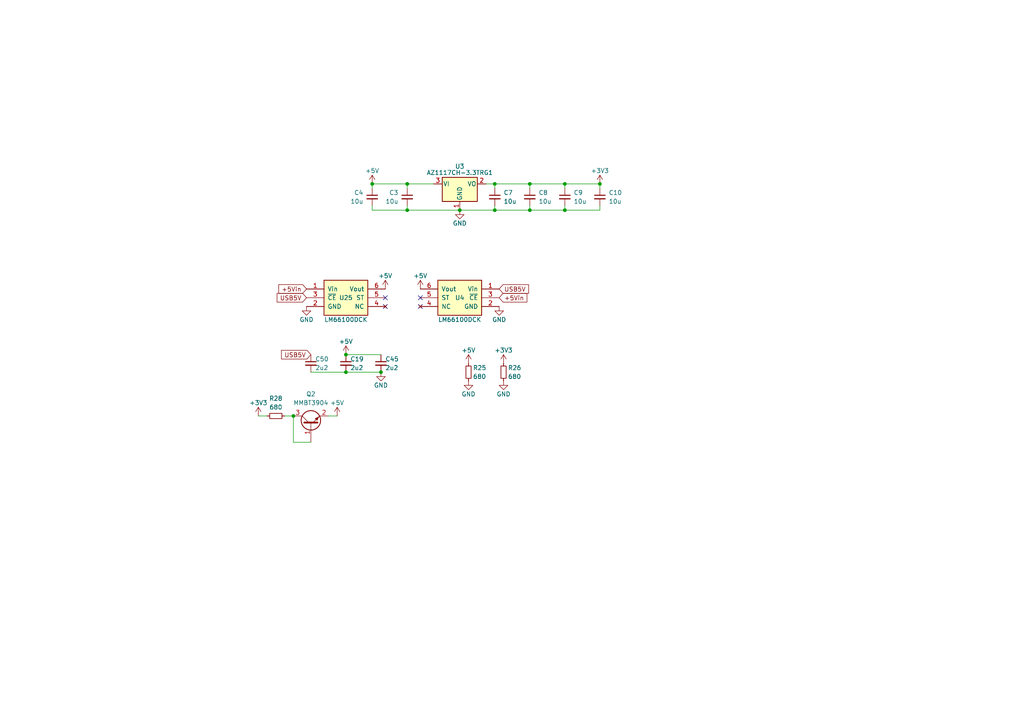
<source format=kicad_sch>
(kicad_sch (version 20231120) (generator "eeschema") (generator_version "8.0")
  (paper "A4")
  (title_block (title "WarpSE (GW4410A)") (date "2024-04-23") (rev "1.0") (company "Garrett's Workshop"))
  (lib_symbols
    (symbol "Device:C_Small" (pin_numbers hide) (pin_names (offset 0.254) hide)
      (property "Reference" "C" (at 0.254 1.778 0))
      (property "Value" "C_Small" (at 0.254 -2.032 0))
      (symbol "C_Small_0_1"
        (polyline (pts (xy -1.524 -0.508) (xy 1.524 -0.508)) (stroke (width 0.3302)))
        (polyline (pts (xy -1.524 0.508) (xy 1.524 0.508)) (stroke (width 0.3048)))
      )
      (symbol "C_Small_1_1"
        (pin passive line (at 0 2.54 270) (length 2.032) (name "~") (number "1"))
        (pin passive line (at 0 -2.54 90) (length 2.032) (name "~") (number "2"))
      )
    )
    (symbol "Device:R_Small" (pin_numbers hide) (pin_names (offset 0.254) hide)
      (property "Reference" "R" (at 0.762 0.508 0))
      (property "Value" "R_Small" (at 0.762 -1.016 0))
      (symbol "R_Small_0_1"
        (rectangle (start -0.762 1.778) (end 0.762 -1.778) (stroke (width 0.2032)))
      )
      (symbol "R_Small_1_1"
        (pin passive line (at 0 2.54 270) (length 0.762) (name "~") (number "1"))
        (pin passive line (at 0 -2.54 90) (length 0.762) (name "~") (number "2"))
      )
    )
    (symbol "GW_Power:LM66100DCK" (pin_names (offset 1.016))
      (property "Reference" "U" (at 0 6.35 0))
      (property "Value" "LM66100DCK" (at 0 -6.35 0))
      (property "Footprint" "stdpads:SOT-353" (at 0 -7.62 0))
      (symbol "LM66100DCK_0_1"
        (rectangle (start -6.35 5.08) (end 6.35 -5.08) (stroke (width 0.254)) (fill (type background)))
      )
      (symbol "LM66100DCK_1_1"
        (pin power_in line (at -11.43 2.54 0) (length 5.08) (name "Vin") (number "1"))
        (pin power_in line (at -11.43 -2.54 0) (length 5.08) (name "GND") (number "2"))
        (pin input line (at -11.43 0 0) (length 5.08) (name "~{CE}") (number "3"))
        (pin no_connect line (at 11.43 -2.54 180) (length 5.08) (name "NC") (number "4"))
        (pin output line (at 11.43 0 180) (length 5.08) (name "ST") (number "5"))
        (pin power_out line (at 11.43 2.54 180) (length 5.08) (name "Vout") (number "6"))
      )
    )
    (symbol "Regulator_Linear:AP1117-33" (pin_names (offset 0.254))
      (property "Reference" "U" (at -3.81 3.175 0))
      (property "Value" "AP1117-33" (at 0 3.175 0))
      (symbol "AP1117-33_0_1"
        (rectangle (start -5.08 -5.08) (end 5.08 1.905) (stroke (width 0.254)) (fill (type background)))
      )
      (symbol "AP1117-33_1_1"
        (pin power_in line (at 0 -7.62 90) (length 2.54) (name "GND") (number "1"))
        (pin power_out line (at 7.62 0 180) (length 2.54) (name "VO") (number "2"))
        (pin power_in line (at -7.62 0 0) (length 2.54) (name "VI") (number "3"))
      )
    )
    (symbol "Transistor_BJT:MMBT3904" (pin_names (offset 0) hide)
      (property "Reference" "Q" (at 5.08 1.905 0))
      (property "Value" "MMBT3904" (at 5.08 0 0))
      (symbol "MMBT3904_0_1"
        (polyline (pts (xy 0.635 0.635) (xy 2.54 2.54)))
        (polyline (pts (xy 0.635 -0.635) (xy 2.54 -2.54) (xy 2.54 -2.54)))
        (polyline (pts (xy 0.635 1.905) (xy 0.635 -1.905) (xy 0.635 -1.905)) (stroke (width 0.508)))
        (polyline (pts (xy 1.27 -1.778) (xy 1.778 -1.27) (xy 2.286 -2.286) (xy 1.27 -1.778) (xy 1.27 -1.778)) (fill (type outline)))
        (circle (center 1.27 0) (radius 2.8194) (stroke (width 0.254)))
      )
      (symbol "MMBT3904_1_1"
        (pin input line (at -5.08 0 0) (length 5.715) (name "B") (number "1"))
        (pin passive line (at 2.54 -5.08 90) (length 2.54) (name "E") (number "2"))
        (pin passive line (at 2.54 5.08 270) (length 2.54) (name "C") (number "3"))
      )
    )
    (symbol "power:+3V3" (power) (pin_names (offset 0))
      (property "Value" "+3V3" (at 0 3.556 0))
      (symbol "+3V3_0_1"
        (polyline (pts (xy -0.762 1.27) (xy 0 2.54)))
        (polyline (pts (xy 0 0) (xy 0 2.54)))
        (polyline (pts (xy 0 2.54) (xy 0.762 1.27)))
      )
      (symbol "+3V3_1_1"
        (pin power_in line (at 0 0 90) (length 0) hide (name "+3V3") (number "1"))
      )
    )
    (symbol "power:+5V" (power) (pin_names (offset 0))
      (property "Value" "+5V" (at 0 3.556 0))
      (symbol "+5V_0_1"
        (polyline (pts (xy -0.762 1.27) (xy 0 2.54)))
        (polyline (pts (xy 0 0) (xy 0 2.54)))
        (polyline (pts (xy 0 2.54) (xy 0.762 1.27)))
      )
      (symbol "+5V_1_1"
        (pin power_in line (at 0 0 90) (length 0) hide (name "+5V") (number "1"))
      )
    )
    (symbol "power:GND" (power) (pin_names (offset 0))
      (property "Value" "GND" (at 0 -3.81 0))
      (symbol "GND_0_1"
        (polyline (pts (xy 0 0) (xy 0 -1.27) (xy 1.27 -1.27) (xy 0 -2.54) (xy -1.27 -1.27) (xy 0 -1.27)))
      )
      (symbol "GND_1_1"
        (pin power_in line (at 0 0 270) (length 0) hide (name "GND") (number "1"))
      )
    )
  )
  (junction (at 100.33 102.87))
  (junction (at 153.67 60.96))
  (junction (at 133.35 60.96))
  (junction (at 163.83 60.96))
  (junction (at 118.11 60.96))
  (junction (at 153.67 53.34))
  (junction (at 100.33 107.95))
  (junction (at 143.51 53.34))
  (junction (at 107.95 53.34))
  (junction (at 118.11 53.34))
  (junction (at 85.09 120.65))
  (junction (at 173.99 53.34))
  (junction (at 163.83 53.34))
  (junction (at 143.51 60.96))
  (junction (at 110.49 107.95))
  (no_connect (at 121.92 88.9))
  (no_connect (at 111.76 86.36))
  (no_connect (at 121.92 86.36))
  (no_connect (at 111.76 88.9))
  (wire (pts (xy 163.83 53.34) (xy 173.99 53.34)))
  (wire (pts (xy 163.83 60.96) (xy 153.67 60.96)))
  (wire (pts (xy 85.09 120.65) (xy 85.09 128.27)))
  (wire (pts (xy 133.35 60.96) (xy 143.51 60.96)))
  (wire (pts (xy 153.67 53.34) (xy 163.83 53.34)))
  (wire (pts (xy 118.11 53.34) (xy 107.95 53.34)))
  (wire (pts (xy 118.11 53.34) (xy 125.73 53.34)))
  (wire (pts (xy 107.95 60.96) (xy 118.11 60.96)))
  (wire (pts (xy 118.11 59.69) (xy 118.11 60.96)))
  (wire (pts (xy 107.95 53.34) (xy 107.95 54.61)))
  (wire (pts (xy 153.67 59.69) (xy 153.67 60.96)))
  (wire (pts (xy 163.83 59.69) (xy 163.83 60.96)))
  (wire (pts (xy 163.83 53.34) (xy 163.83 54.61)))
  (wire (pts (xy 153.67 53.34) (xy 153.67 54.61)))
  (wire (pts (xy 107.95 59.69) (xy 107.95 60.96)))
  (wire (pts (xy 143.51 60.96) (xy 143.51 59.69)))
  (wire (pts (xy 173.99 59.69) (xy 173.99 60.96)))
  (wire (pts (xy 140.97 53.34) (xy 143.51 53.34)))
  (wire (pts (xy 173.99 53.34) (xy 173.99 54.61)))
  (wire (pts (xy 118.11 60.96) (xy 133.35 60.96)))
  (wire (pts (xy 100.33 102.87) (xy 110.49 102.87)))
  (wire (pts (xy 143.51 53.34) (xy 143.51 54.61)))
  (wire (pts (xy 118.11 53.34) (xy 118.11 54.61)))
  (wire (pts (xy 82.55 120.65) (xy 85.09 120.65)))
  (wire (pts (xy 153.67 60.96) (xy 143.51 60.96)))
  (wire (pts (xy 143.51 53.34) (xy 153.67 53.34)))
  (wire (pts (xy 173.99 60.96) (xy 163.83 60.96)))
  (wire (pts (xy 100.33 107.95) (xy 110.49 107.95)))
  (wire (pts (xy 85.09 128.27) (xy 90.17 128.27)))
  (wire (pts (xy 90.17 107.95) (xy 100.33 107.95)))
  (wire (pts (xy 74.93 120.65) (xy 77.47 120.65)))
  (wire (pts (xy 95.25 120.65) (xy 97.79 120.65)))
  (global_label "+5Vin" (shape input) (at 88.9 83.82 180) (property "Intersheetrefs" "${INTERSHEET_REFS}" (effects (hide yes))))
  (global_label "USB5V" (shape input) (at 144.78 83.82 0) (property "Intersheetrefs" "${INTERSHEET_REFS}" (effects (hide yes))))
  (global_label "USB5V" (shape input) (at 88.9 86.36 180) (property "Intersheetrefs" "${INTERSHEET_REFS}" (effects (hide yes))))
  (global_label "+5Vin" (shape input) (at 144.78 86.36 0) (property "Intersheetrefs" "${INTERSHEET_REFS}" (effects (hide yes))))
  (global_label "USB5V" (shape input) (at 90.17 102.87 180) (property "Intersheetrefs" "${INTERSHEET_REFS}" (effects (hide yes))))
  (symbol (lib_id "Regulator_Linear:AP1117-33") (at 133.35 53.34 0) (unit 1)
    (property "Reference" "U3" (at 133.35 48.26 0))
    (property "Value" "AZ1117CH-3.3TRG1" (at 133.35 50.8 0) (effects (justify bottom)))
    (property "Footprint" "stdpads:SOT-223" (effects (hide yes)))
    (property "LCSC Part" "C92102" (effects (hide yes)))
  )
  (symbol (lib_id "power:+5V") (at 107.95 53.34 0) (unit 1)
    (property "Reference" "#PWR0129" (effects (hide yes)))
    (property "Value" "+5V" (at 107.95 49.53 0))
  )
  (symbol (lib_id "power:GND") (at 133.35 60.96 0) (unit 1)
    (property "Reference" "#PWR0130" (effects (hide yes)))
    (property "Value" "GND" (at 133.35 64.77 0))
  )
  (symbol (lib_id "Device:C_Small") (at 118.11 57.15 0) (unit 1)
    (property "Reference" "C3" (at 115.57 55.88 0) (effects (justify right)))
    (property "Value" "10u" (at 115.57 58.42 0) (effects (justify right)))
    (property "Footprint" "stdpads:C_0805" (effects (hide yes)))
    (property "LCSC Part" "C15850" (effects (hide yes)))
  )
  (symbol (lib_id "Device:C_Small") (at 143.51 57.15 0) (mirror y) (unit 1)
    (property "Reference" "C7" (at 146.05 55.88 0) (effects (justify right)))
    (property "Value" "10u" (at 146.05 58.42 0) (effects (justify right)))
    (property "Footprint" "stdpads:C_0805" (effects (hide yes)))
    (property "LCSC Part" "C15850" (effects (hide yes)))
  )
  (symbol (lib_id "Device:C_Small") (at 153.67 57.15 0) (mirror y) (unit 1)
    (property "Reference" "C8" (at 156.21 55.88 0) (effects (justify right)))
    (property "Value" "10u" (at 156.21 58.42 0) (effects (justify right)))
    (property "Footprint" "stdpads:C_0805" (effects (hide yes)))
    (property "LCSC Part" "C15850" (effects (hide yes)))
  )
  (symbol (lib_id "Device:C_Small") (at 163.83 57.15 0) (mirror y) (unit 1)
    (property "Reference" "C9" (at 166.37 55.88 0) (effects (justify right)))
    (property "Value" "10u" (at 166.37 58.42 0) (effects (justify right)))
    (property "Footprint" "stdpads:C_0805" (effects (hide yes)))
    (property "LCSC Part" "C15850" (effects (hide yes)))
  )
  (symbol (lib_id "power:GND") (at 88.9 88.9 0) (unit 1)
    (property "Reference" "#PWR030" (effects (hide yes)))
    (property "Value" "GND" (at 88.9 92.71 0))
  )
  (symbol (lib_id "Device:R_Small") (at 80.01 120.65 90) (unit 1)
    (property "Reference" "R28" (at 80.01 115.57 90))
    (property "Value" "680" (at 80.01 118.11 90))
    (property "Footprint" "stdpads:R_0805" (effects (hide yes)))
    (property "Description" "Resistor, small symbol" (effects (hide yes)))
  )
  (symbol (lib_id "power:GND") (at 110.49 107.95 0) (mirror y) (unit 1)
    (property "Reference" "#PWR033" (effects (hide yes)))
    (property "Value" "GND" (at 110.49 111.76 0))
  )
  (symbol (lib_id "power:+3V3") (at 146.05 105.41 0) (unit 1)
    (property "Reference" "#PWR037" (effects (hide yes)))
    (property "Value" "+3V3" (at 146.05 101.6 0))
  )
  (symbol (lib_id "GW_Power:LM66100DCK") (at 100.33 86.36 0) (unit 1)
    (property "Reference" "U25" (at 100.33 86.36 0))
    (property "Value" "LM66100DCK" (at 100.33 92.71 0))
    (property "Footprint" "stdpads:SOT-363" (effects (hide yes)))
  )
  (symbol (lib_id "power:GND") (at 146.05 110.49 0) (mirror y) (unit 1)
    (property "Reference" "#PWR038" (effects (hide yes)))
    (property "Value" "GND" (at 146.05 114.3 0))
  )
  (symbol (lib_id "power:+5V") (at 111.76 83.82 0) (unit 1)
    (property "Reference" "#PWR029" (effects (hide yes)))
    (property "Value" "+5V" (at 111.76 80.01 0))
  )
  (symbol (lib_id "power:+3V3") (at 173.99 53.34 0) (unit 1)
    (property "Reference" "#PWR025" (effects (hide yes)))
    (property "Value" "+3V3" (at 173.99 49.53 0))
  )
  (symbol (lib_id "Transistor_BJT:MMBT3904") (at 90.17 123.19 90) (unit 1)
    (property "Reference" "Q2" (at 90.17 114.3 90))
    (property "Value" "MMBT3904" (at 90.17 116.84 90))
    (property "Footprint" "stdpads:SOT-23" (effects (hide yes)))
    (property "LCSC Part" "C20526" (effects (hide yes)))
  )
  (symbol (lib_id "power:GND") (at 144.78 88.9 0) (mirror y) (unit 1)
    (property "Reference" "#PWR032" (effects (hide yes)))
    (property "Value" "GND" (at 144.78 92.71 0))
  )
  (symbol (lib_id "Device:C_Small") (at 110.49 105.41 0) (unit 1)
    (property "Reference" "C45" (at 111.76 104.14 0) (effects (justify left)))
    (property "Value" "2u2" (at 111.76 106.68 0) (effects (justify left)))
    (property "Footprint" "stdpads:C_0603" (effects (hide yes)))
    (property "LCSC Part" "C23630" (effects (hide yes)))
  )
  (symbol (lib_id "Device:R_Small") (at 146.05 107.95 0) (unit 1)
    (property "Reference" "R26" (at 147.32 106.68 0) (effects (justify left)))
    (property "Value" "680" (at 147.32 109.22 0) (effects (justify left)))
    (property "Footprint" "stdpads:R_0805" (effects (hide yes)))
    (property "Description" "Resistor, small symbol" (effects (hide yes)))
  )
  (symbol (lib_id "power:+5V") (at 135.89 105.41 0) (unit 1)
    (property "Reference" "#PWR036" (effects (hide yes)))
    (property "Value" "+5V" (at 135.89 101.6 0))
  )
  (symbol (lib_id "Device:C_Small") (at 107.95 57.15 0) (unit 1)
    (property "Reference" "C4" (at 105.41 55.88 0) (effects (justify right)))
    (property "Value" "10u" (at 105.41 58.42 0) (effects (justify right)))
    (property "Footprint" "stdpads:C_0805" (effects (hide yes)))
    (property "LCSC Part" "C15850" (effects (hide yes)))
  )
  (symbol (lib_id "GW_Power:LM66100DCK") (at 133.35 86.36 0) (mirror y) (unit 1)
    (property "Reference" "U4" (at 133.35 86.36 0))
    (property "Value" "LM66100DCK" (at 133.35 92.71 0))
    (property "Footprint" "stdpads:SOT-363" (effects (hide yes)))
  )
  (symbol (lib_id "Device:R_Small") (at 135.89 107.95 0) (unit 1)
    (property "Reference" "R25" (at 137.16 106.68 0) (effects (justify left)))
    (property "Value" "680" (at 137.16 109.22 0) (effects (justify left)))
    (property "Footprint" "stdpads:R_0805" (effects (hide yes)))
    (property "Description" "Resistor, small symbol" (effects (hide yes)))
  )
  (symbol (lib_id "power:+5V") (at 97.79 120.65 0) (unit 1)
    (property "Reference" "#PWR039" (effects (hide yes)))
    (property "Value" "+5V" (at 97.79 116.84 0))
  )
  (symbol (lib_id "Device:C_Small") (at 173.99 57.15 0) (mirror y) (unit 1)
    (property "Reference" "C10" (at 176.53 55.88 0) (effects (justify right)))
    (property "Value" "10u" (at 176.53 58.42 0) (effects (justify right)))
    (property "Footprint" "stdpads:C_0805" (effects (hide yes)))
    (property "LCSC Part" "C15850" (effects (hide yes)))
  )
  (symbol (lib_id "power:+5V") (at 100.33 102.87 0) (unit 1)
    (property "Reference" "#PWR034" (effects (hide yes)))
    (property "Value" "+5V" (at 100.33 99.06 0))
  )
  (symbol (lib_id "power:+3V3") (at 74.93 120.65 0) (unit 1)
    (property "Reference" "#PWR040" (effects (hide yes)))
    (property "Value" "+3V3" (at 74.93 116.84 0))
  )
  (symbol (lib_id "power:GND") (at 135.89 110.49 0) (mirror y) (unit 1)
    (property "Reference" "#PWR035" (effects (hide yes)))
    (property "Value" "GND" (at 135.89 114.3 0))
  )
  (symbol (lib_id "Device:C_Small") (at 90.17 105.41 0) (unit 1)
    (property "Reference" "C50" (at 91.44 104.14 0) (effects (justify left)))
    (property "Value" "2u2" (at 91.44 106.68 0) (effects (justify left)))
    (property "Footprint" "stdpads:C_0603" (effects (hide yes)))
    (property "LCSC Part" "C23630" (effects (hide yes)))
  )
  (symbol (lib_id "Device:C_Small") (at 100.33 105.41 0) (unit 1)
    (property "Reference" "C19" (at 101.6 104.14 0) (effects (justify left)))
    (property "Value" "2u2" (at 101.6 106.68 0) (effects (justify left)))
    (property "Footprint" "stdpads:C_0603" (effects (hide yes)))
    (property "LCSC Part" "C23630" (effects (hide yes)))
  )
  (symbol (lib_id "power:+5V") (at 121.92 83.82 0) (unit 1)
    (property "Reference" "#PWR031" (effects (hide yes)))
    (property "Value" "+5V" (at 121.92 80.01 0))
  )
)
</source>
